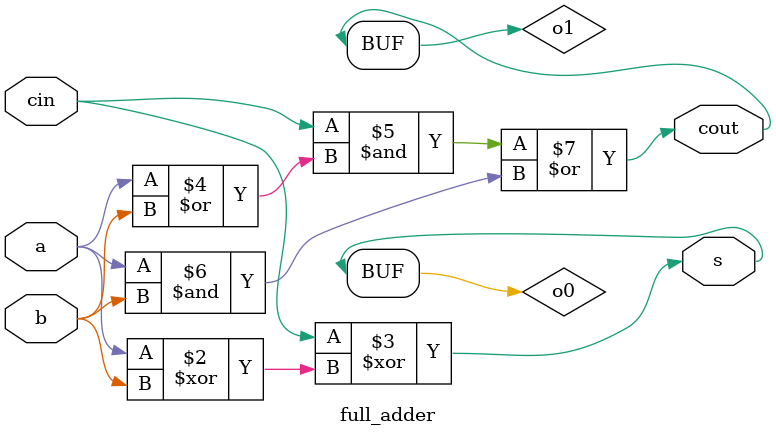
<source format=sv>
/***************************************************/
/* ECE 327: Digital Hardware Systems - Spring 2025 */
/* Lab 1 - Part 1                                  */
/* Full adder module                               */
/***************************************************/

module full_adder (
    input a,    // First operand bit
    input b,    // Second operand bit
    input cin,  // Input Carry bit
    output s,   // Output sum bit
    output cout // Output carry bit
);

/******* Your code starts here *******/
// Module to add 2 1-bit numbers with a carry-in bit.
logic o0, o1;

always_comb begin
    o0 <= cin^(a^b);
    o1 <= (cin&(a|b)) | (a&b);
end

assign s = o0;
assign cout = o1;
/******* Your code ends here ********/

endmodule

</source>
